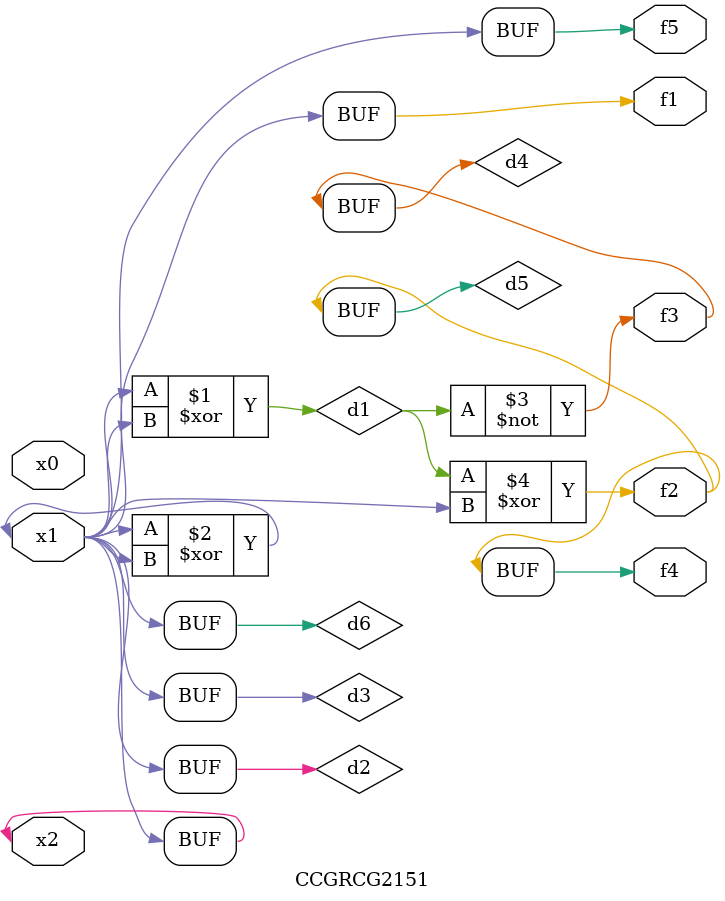
<source format=v>
module CCGRCG2151(
	input x0, x1, x2,
	output f1, f2, f3, f4, f5
);

	wire d1, d2, d3, d4, d5, d6;

	xor (d1, x1, x2);
	buf (d2, x1, x2);
	xor (d3, x1, x2);
	nor (d4, d1);
	xor (d5, d1, d2);
	buf (d6, d2, d3);
	assign f1 = d6;
	assign f2 = d5;
	assign f3 = d4;
	assign f4 = d5;
	assign f5 = d6;
endmodule

</source>
